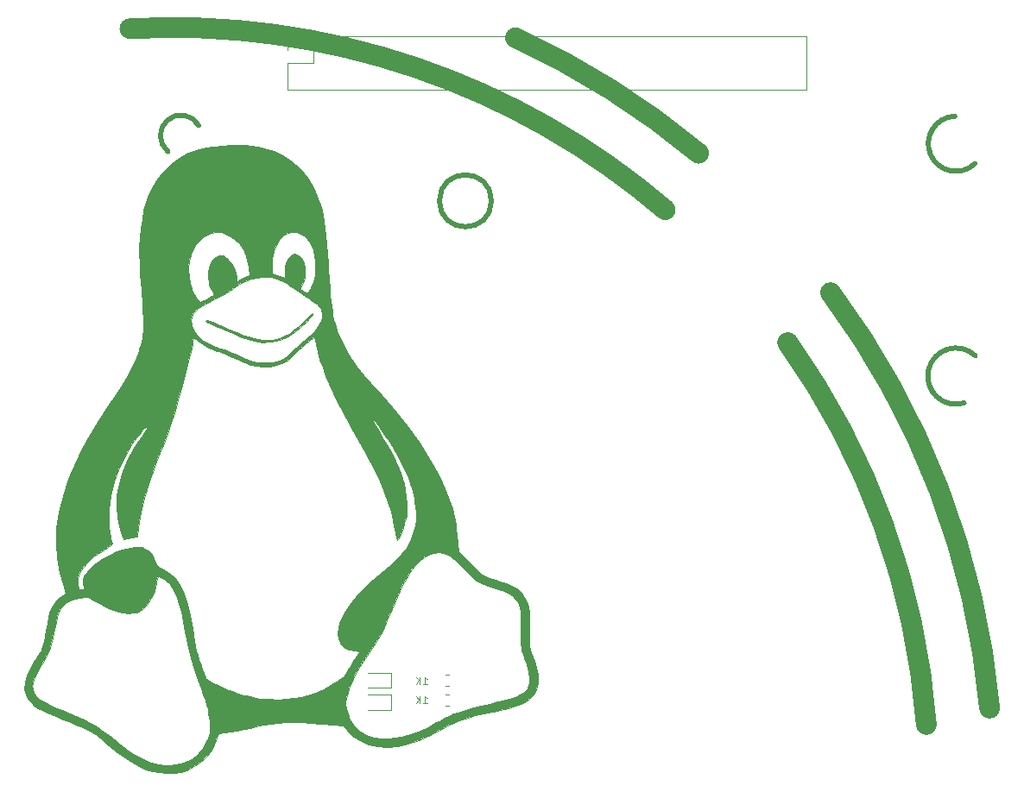
<source format=gbr>
G04 #@! TF.GenerationSoftware,KiCad,Pcbnew,5.1.5*
G04 #@! TF.CreationDate,2020-03-31T00:43:33+02:00*
G04 #@! TF.ProjectId,gameboy-dmg,67616d65-626f-4792-9d64-6d672e6b6963,rev?*
G04 #@! TF.SameCoordinates,Original*
G04 #@! TF.FileFunction,Legend,Bot*
G04 #@! TF.FilePolarity,Positive*
%FSLAX46Y46*%
G04 Gerber Fmt 4.6, Leading zero omitted, Abs format (unit mm)*
G04 Created by KiCad (PCBNEW 5.1.5) date 2020-03-31 00:43:33*
%MOMM*%
%LPD*%
G04 APERTURE LIST*
%ADD10C,2.000000*%
%ADD11C,0.500000*%
%ADD12C,0.120000*%
%ADD13C,0.010000*%
G04 APERTURE END LIST*
D10*
X114801532Y-84496662D02*
G75*
G02X132777374Y-95840289I-33501532J-73003338D01*
G01*
X141493798Y-114404433D02*
G75*
G02X155100000Y-151900000I-60293798J-43095567D01*
G01*
X145702396Y-109498214D02*
G75*
G02X161300000Y-150300000I-64402396J-48001786D01*
G01*
X77000409Y-83607207D02*
G75*
G02X129495393Y-101385011I4199591J-73992793D01*
G01*
D11*
X112449510Y-100500000D02*
G75*
G03X112449510Y-100500000I-2549510J0D01*
G01*
X158811271Y-120336632D02*
G75*
G02X159899999Y-115700001I-811271J2636632D01*
G01*
X159860899Y-96858840D02*
G75*
G02X157900000Y-92200000I-1860899J1958840D01*
G01*
X80728999Y-95664307D02*
G75*
G02X83750000Y-93100000I1271001J1564307D01*
G01*
D12*
X102597500Y-148285000D02*
X100312500Y-148285000D01*
X102597500Y-146815000D02*
X102597500Y-148285000D01*
X100312500Y-146815000D02*
X102597500Y-146815000D01*
X100300000Y-148965000D02*
X102585000Y-148965000D01*
X102585000Y-148965000D02*
X102585000Y-150435000D01*
X102585000Y-150435000D02*
X100300000Y-150435000D01*
D13*
G36*
X84447220Y-112255002D02*
G01*
X84478032Y-112335483D01*
X84664585Y-112441186D01*
X84731920Y-112466700D01*
X84917429Y-112539815D01*
X85224472Y-112669470D01*
X85620663Y-112841617D01*
X86073616Y-113042213D01*
X86469328Y-113220184D01*
X87292744Y-113583497D01*
X87994270Y-113869030D01*
X88598891Y-114083268D01*
X89131598Y-114232698D01*
X89617376Y-114323806D01*
X90081213Y-114363076D01*
X90548096Y-114356994D01*
X90782489Y-114339701D01*
X91293123Y-114271503D01*
X91733133Y-114155299D01*
X92116349Y-114003964D01*
X92654199Y-113714947D01*
X93240144Y-113309274D01*
X93836338Y-112816192D01*
X94404933Y-112264949D01*
X94504583Y-112158378D01*
X94730103Y-111895359D01*
X94874471Y-111692858D01*
X94934363Y-111566537D01*
X94906455Y-111532057D01*
X94787421Y-111605075D01*
X94582142Y-111793033D01*
X93975789Y-112386786D01*
X93456629Y-112864812D01*
X93003951Y-113241881D01*
X92597043Y-113532766D01*
X92215192Y-113752240D01*
X91837685Y-113915072D01*
X91443811Y-114036034D01*
X91433241Y-114038735D01*
X90953738Y-114136767D01*
X90477802Y-114179607D01*
X89985069Y-114162760D01*
X89455178Y-114081734D01*
X88867767Y-113932035D01*
X88202473Y-113709171D01*
X87438936Y-113408648D01*
X86556793Y-113025973D01*
X86283134Y-112902293D01*
X85848640Y-112707517D01*
X85442019Y-112530707D01*
X85100733Y-112387770D01*
X84862248Y-112294613D01*
X84809348Y-112276507D01*
X84561283Y-112226443D01*
X84447220Y-112255002D01*
G37*
X84447220Y-112255002D02*
X84478032Y-112335483D01*
X84664585Y-112441186D01*
X84731920Y-112466700D01*
X84917429Y-112539815D01*
X85224472Y-112669470D01*
X85620663Y-112841617D01*
X86073616Y-113042213D01*
X86469328Y-113220184D01*
X87292744Y-113583497D01*
X87994270Y-113869030D01*
X88598891Y-114083268D01*
X89131598Y-114232698D01*
X89617376Y-114323806D01*
X90081213Y-114363076D01*
X90548096Y-114356994D01*
X90782489Y-114339701D01*
X91293123Y-114271503D01*
X91733133Y-114155299D01*
X92116349Y-114003964D01*
X92654199Y-113714947D01*
X93240144Y-113309274D01*
X93836338Y-112816192D01*
X94404933Y-112264949D01*
X94504583Y-112158378D01*
X94730103Y-111895359D01*
X94874471Y-111692858D01*
X94934363Y-111566537D01*
X94906455Y-111532057D01*
X94787421Y-111605075D01*
X94582142Y-111793033D01*
X93975789Y-112386786D01*
X93456629Y-112864812D01*
X93003951Y-113241881D01*
X92597043Y-113532766D01*
X92215192Y-113752240D01*
X91837685Y-113915072D01*
X91443811Y-114036034D01*
X91433241Y-114038735D01*
X90953738Y-114136767D01*
X90477802Y-114179607D01*
X89985069Y-114162760D01*
X89455178Y-114081734D01*
X88867767Y-113932035D01*
X88202473Y-113709171D01*
X87438936Y-113408648D01*
X86556793Y-113025973D01*
X86283134Y-112902293D01*
X85848640Y-112707517D01*
X85442019Y-112530707D01*
X85100733Y-112387770D01*
X84862248Y-112294613D01*
X84809348Y-112276507D01*
X84561283Y-112226443D01*
X84447220Y-112255002D01*
G36*
X85216068Y-95169042D02*
G01*
X84481536Y-95274276D01*
X83844699Y-95409632D01*
X83269848Y-95585855D01*
X82721275Y-95813692D01*
X82163270Y-96103894D01*
X81628465Y-96424155D01*
X80933329Y-96945220D01*
X80272691Y-97604785D01*
X79670655Y-98372334D01*
X79151321Y-99217356D01*
X78759704Y-100056031D01*
X78549194Y-100684402D01*
X78358106Y-101445462D01*
X78192491Y-102303094D01*
X78058400Y-103221182D01*
X77961886Y-104163611D01*
X77908998Y-105094264D01*
X77907545Y-105141991D01*
X77908066Y-105415535D01*
X77920058Y-105834240D01*
X77942332Y-106374406D01*
X77973704Y-107012336D01*
X78012983Y-107724332D01*
X78058983Y-108486694D01*
X78110518Y-109275723D01*
X78125894Y-109499878D01*
X78190427Y-110444431D01*
X78241178Y-111240294D01*
X78277224Y-111907624D01*
X78297649Y-112466572D01*
X78301532Y-112937294D01*
X78287956Y-113339946D01*
X78256002Y-113694681D01*
X78204750Y-114021652D01*
X78133283Y-114341016D01*
X78040680Y-114672926D01*
X77926025Y-115037537D01*
X77864960Y-115223804D01*
X77704129Y-115683242D01*
X77525096Y-116133894D01*
X77317982Y-116593509D01*
X77072909Y-117079836D01*
X76779997Y-117610618D01*
X76429368Y-118203606D01*
X76011145Y-118876544D01*
X75515447Y-119647183D01*
X74932398Y-120533267D01*
X74791715Y-120745022D01*
X74012765Y-121938694D01*
X73333580Y-123031301D01*
X72740736Y-124047728D01*
X72220815Y-125012860D01*
X71760393Y-125951580D01*
X71346055Y-126888775D01*
X70974031Y-127823758D01*
X70421455Y-129474530D01*
X70030809Y-131076695D01*
X69802052Y-132631032D01*
X69735141Y-134138319D01*
X69830036Y-135599331D01*
X70086693Y-137014845D01*
X70417294Y-138140616D01*
X70726996Y-139034696D01*
X70423687Y-139204712D01*
X70042456Y-139491682D01*
X69679147Y-139896662D01*
X69373352Y-140369723D01*
X69204422Y-140742289D01*
X69119002Y-141025131D01*
X69020541Y-141429650D01*
X68919153Y-141909778D01*
X68824952Y-142419448D01*
X68790497Y-142627877D01*
X68680822Y-143269914D01*
X68570210Y-143784850D01*
X68443135Y-144214290D01*
X68284078Y-144599836D01*
X68077511Y-144983091D01*
X67807914Y-145405661D01*
X67688604Y-145580996D01*
X67196306Y-146378877D01*
X66860751Y-147115427D01*
X66681764Y-147792972D01*
X66659178Y-148413837D01*
X66792821Y-148980345D01*
X67082520Y-149494824D01*
X67376041Y-149823305D01*
X67592563Y-150010177D01*
X67853620Y-150193441D01*
X68178744Y-150382977D01*
X68587468Y-150588665D01*
X69099327Y-150820385D01*
X69733855Y-151088016D01*
X70443467Y-151374731D01*
X71219422Y-151687647D01*
X71864788Y-151959650D01*
X72408247Y-152207339D01*
X72878478Y-152447307D01*
X73304162Y-152696149D01*
X73713979Y-152970463D01*
X74136612Y-153286842D01*
X74600740Y-153661883D01*
X75051544Y-154041097D01*
X75857257Y-154701314D01*
X76586196Y-155240944D01*
X77264619Y-155673786D01*
X77918777Y-156013638D01*
X78574926Y-156274299D01*
X79259322Y-156469565D01*
X79922480Y-156601020D01*
X80585590Y-156659225D01*
X81304221Y-156636696D01*
X82003393Y-156539090D01*
X82513671Y-156405627D01*
X83179639Y-156102776D01*
X83818112Y-155665643D01*
X84401347Y-155124188D01*
X84901605Y-154508375D01*
X85291142Y-153848161D01*
X85542219Y-153173509D01*
X85555291Y-153120659D01*
X85650708Y-152719324D01*
X86887720Y-152564282D01*
X87472972Y-152479130D01*
X88136372Y-152363911D01*
X88793951Y-152234136D01*
X89331161Y-152112880D01*
X90087227Y-151940827D01*
X90798883Y-151811152D01*
X91497101Y-151722424D01*
X92212850Y-151673208D01*
X92977103Y-151662074D01*
X93820829Y-151687587D01*
X94775000Y-151748317D01*
X95637400Y-151821176D01*
X96143581Y-151865399D01*
X96629516Y-151904218D01*
X97052884Y-151934511D01*
X97371359Y-151953149D01*
X97478705Y-151957137D01*
X97754491Y-151971586D01*
X97924601Y-152021153D01*
X98052684Y-152139078D01*
X98179408Y-152323060D01*
X98362301Y-152553554D01*
X98627619Y-152826806D01*
X98920408Y-153086565D01*
X98943028Y-153104803D01*
X99645509Y-153559848D01*
X100435774Y-153878025D01*
X101303258Y-154060307D01*
X102237395Y-154107669D01*
X103227619Y-154021087D01*
X104263366Y-153801535D01*
X105334069Y-153449988D01*
X106429161Y-152967422D01*
X107538080Y-152354810D01*
X107620894Y-152304030D01*
X108082261Y-152032875D01*
X108539886Y-151796038D01*
X109018624Y-151585046D01*
X109543330Y-151391426D01*
X110138858Y-151206708D01*
X110830064Y-151022419D01*
X111641803Y-150830088D01*
X112489966Y-150644389D01*
X113055172Y-150519854D01*
X113608657Y-150390444D01*
X114112368Y-150265604D01*
X114528252Y-150154783D01*
X114818252Y-150067428D01*
X114829640Y-150063545D01*
X115556835Y-149759526D01*
X116131103Y-149397294D01*
X116561144Y-148969123D01*
X116855663Y-148467284D01*
X116958468Y-148173501D01*
X117034170Y-147653118D01*
X117015481Y-147263026D01*
X116189354Y-147335303D01*
X116160131Y-147870478D01*
X116087091Y-148138170D01*
X115966860Y-148380355D01*
X115791869Y-148597111D01*
X115547166Y-148795136D01*
X115217795Y-148981135D01*
X114788800Y-149161809D01*
X114245227Y-149343860D01*
X113572121Y-149533990D01*
X112754528Y-149738903D01*
X112251122Y-149857266D01*
X111410338Y-150053782D01*
X110707763Y-150225087D01*
X110115920Y-150380898D01*
X109607325Y-150530937D01*
X109154500Y-150684922D01*
X108729963Y-150852574D01*
X108306233Y-151043611D01*
X107855831Y-151267753D01*
X107351275Y-151534720D01*
X107057457Y-151694199D01*
X106217117Y-152137817D01*
X105481822Y-152490040D01*
X104821143Y-152761060D01*
X104204650Y-152961067D01*
X103601911Y-153100253D01*
X102982497Y-153188810D01*
X102474779Y-153228922D01*
X101915068Y-153249528D01*
X101473367Y-153238135D01*
X101100949Y-153192285D01*
X100900107Y-153149576D01*
X100135629Y-152887000D01*
X99487378Y-152503270D01*
X98960289Y-152003639D01*
X98559295Y-151393360D01*
X98351628Y-150842832D01*
X84854709Y-152023660D01*
X84874728Y-152341425D01*
X84870693Y-152578536D01*
X84839067Y-152778908D01*
X84776310Y-152986453D01*
X84680443Y-153241072D01*
X84449328Y-153714233D01*
X84128851Y-154204812D01*
X83755419Y-154667336D01*
X83365440Y-155056333D01*
X83024117Y-155309725D01*
X82314112Y-155645176D01*
X81558114Y-155832231D01*
X80732497Y-155876026D01*
X80480319Y-155862931D01*
X79772208Y-155777074D01*
X79103205Y-155619016D01*
X78447687Y-155376792D01*
X77780027Y-155038436D01*
X77074602Y-154591982D01*
X76305787Y-154025464D01*
X75964463Y-153754224D01*
X75282856Y-153207768D01*
X74700735Y-152755545D01*
X74189956Y-152380501D01*
X73722378Y-152065582D01*
X73269857Y-151793733D01*
X72804252Y-151547902D01*
X72297420Y-151311032D01*
X71721217Y-151066071D01*
X71148642Y-150835889D01*
X70343966Y-150508388D01*
X69622739Y-150196346D01*
X69003013Y-149908261D01*
X68502846Y-149652633D01*
X68140295Y-149437960D01*
X68060329Y-149382276D01*
X67823460Y-149155233D01*
X67617221Y-148871620D01*
X67576310Y-148795573D01*
X67462567Y-148472049D01*
X67433470Y-148124096D01*
X67494474Y-147732747D01*
X67651030Y-147279036D01*
X67908596Y-146744000D01*
X68272623Y-146108672D01*
X68416139Y-145875224D01*
X68671148Y-145455718D01*
X68875043Y-145087998D01*
X69039677Y-144738456D01*
X69176899Y-144373487D01*
X69298560Y-143959483D01*
X69416506Y-143462839D01*
X69542592Y-142849949D01*
X69615198Y-142474711D01*
X69737661Y-141862583D01*
X69847672Y-141389255D01*
X69955358Y-141025707D01*
X70070849Y-140742918D01*
X70204272Y-140511869D01*
X70365754Y-140303535D01*
X70377673Y-140289848D01*
X70797495Y-139916576D01*
X71318013Y-139649401D01*
X71959524Y-139478729D01*
X72159952Y-139447422D01*
X72519881Y-139403098D01*
X72761546Y-139391336D01*
X72933539Y-139415869D01*
X73084457Y-139480433D01*
X73159572Y-139524230D01*
X73974824Y-140002125D01*
X74685377Y-140374438D01*
X75312544Y-140648707D01*
X75877638Y-140832467D01*
X76401967Y-140933256D01*
X76906845Y-140958610D01*
X77174423Y-140943985D01*
X77639949Y-140872542D01*
X78010022Y-140732849D01*
X78339939Y-140495533D01*
X78668754Y-140150317D01*
X79118610Y-139498865D01*
X79435174Y-138767308D01*
X79601554Y-137996039D01*
X79611128Y-137896702D01*
X79653412Y-137568451D01*
X79727140Y-137377893D01*
X79851267Y-137321743D01*
X80044741Y-137396716D01*
X80326515Y-137599526D01*
X80500197Y-137742582D01*
X80824591Y-138056917D01*
X81110519Y-138428466D01*
X81364636Y-138874194D01*
X81593598Y-139411066D01*
X81804057Y-140056046D01*
X82002668Y-140826100D01*
X82196085Y-141738194D01*
X82313125Y-142364663D01*
X82627581Y-143934694D01*
X82987760Y-145400849D01*
X83387459Y-146739447D01*
X83668298Y-147537302D01*
X83959704Y-148318848D01*
X84194162Y-148969333D01*
X84378934Y-149514386D01*
X84521280Y-149979635D01*
X84628464Y-150390707D01*
X84707746Y-150773232D01*
X84766387Y-151152835D01*
X84811651Y-151555145D01*
X84814174Y-151581328D01*
X84854709Y-152023660D01*
X98351628Y-150842832D01*
X98289331Y-150677683D01*
X98204826Y-150280733D01*
X98160626Y-149934374D01*
X98160299Y-149633799D01*
X98208024Y-149303674D01*
X98275861Y-148999667D01*
X98359706Y-148671475D01*
X98451055Y-148366061D01*
X98559303Y-148065765D01*
X98693843Y-147752924D01*
X98864072Y-147409879D01*
X99079385Y-147018967D01*
X99349177Y-146562529D01*
X99682842Y-146022902D01*
X100089776Y-145382426D01*
X100579373Y-144623439D01*
X100715484Y-144413575D01*
X101176899Y-143683423D01*
X101563625Y-143022503D01*
X101902883Y-142377888D01*
X102221897Y-141696659D01*
X102547888Y-140925890D01*
X102683917Y-140586764D01*
X103172460Y-139407875D01*
X103642150Y-138388468D01*
X104099061Y-137520540D01*
X104549262Y-136796084D01*
X104998825Y-136207095D01*
X105453821Y-135745568D01*
X105920324Y-135403496D01*
X106404403Y-135172874D01*
X106882915Y-135050231D01*
X107295355Y-135014034D01*
X107677647Y-135052843D01*
X108051210Y-135178361D01*
X108437463Y-135402293D01*
X108857825Y-135736342D01*
X109333713Y-136192215D01*
X109722066Y-136601694D01*
X110042382Y-136938425D01*
X110363997Y-137258506D01*
X110648248Y-137524466D01*
X110846503Y-137691398D01*
X111186691Y-137899047D01*
X111686701Y-138130902D01*
X112339226Y-138383972D01*
X113136956Y-138655265D01*
X113422863Y-138745801D01*
X114008649Y-138986808D01*
X114512965Y-139310134D01*
X114900379Y-139690898D01*
X115024849Y-139870509D01*
X115138423Y-140113196D01*
X115224173Y-140424794D01*
X115284029Y-140824624D01*
X115319920Y-141332009D01*
X115333776Y-141966270D01*
X115327527Y-142746728D01*
X115325006Y-142876101D01*
X115316209Y-143346131D01*
X115316234Y-143718864D01*
X115331714Y-144030349D01*
X115369281Y-144316641D01*
X115435567Y-144613792D01*
X115537205Y-144957852D01*
X115680827Y-145384873D01*
X115873067Y-145930908D01*
X115902056Y-146012744D01*
X116102774Y-146709675D01*
X116189354Y-147335303D01*
X117015481Y-147263026D01*
X117004564Y-147035168D01*
X116874077Y-146351042D01*
X116647143Y-145632131D01*
X116573176Y-145444088D01*
X116347542Y-144803796D01*
X116205133Y-144165760D01*
X116139037Y-143480912D01*
X116142347Y-142700183D01*
X116154141Y-142468330D01*
X116183641Y-141615158D01*
X116158438Y-140901220D01*
X116072537Y-140303571D01*
X115919937Y-139799267D01*
X115694641Y-139365365D01*
X115390650Y-138978919D01*
X115190039Y-138780400D01*
X114828426Y-138491875D01*
X114408201Y-138246584D01*
X113897774Y-138030042D01*
X113265553Y-137827759D01*
X112894143Y-137727501D01*
X112304041Y-137555944D01*
X111832454Y-137364044D01*
X111428864Y-137121412D01*
X111042749Y-136797658D01*
X110623589Y-136362393D01*
X110622198Y-136360852D01*
X110314451Y-136024257D01*
X110000684Y-135688318D01*
X109725706Y-135400686D01*
X109590141Y-135263337D01*
X109198024Y-134874744D01*
X109055453Y-133312849D01*
X108997637Y-132712687D01*
X108942596Y-132237259D01*
X108882471Y-131842300D01*
X108809405Y-131483544D01*
X108715537Y-131116727D01*
X108593011Y-130697584D01*
X108588533Y-130682822D01*
X108425924Y-130221240D01*
X104985586Y-130522231D01*
X105031585Y-131049605D01*
X105056925Y-131449185D01*
X105061177Y-131761296D01*
X105043915Y-132026264D01*
X105004708Y-132284417D01*
X104964820Y-132478819D01*
X104763453Y-133215525D01*
X104487499Y-133894018D01*
X104121910Y-134535398D01*
X103651645Y-135160766D01*
X103061659Y-135791222D01*
X102336911Y-136447865D01*
X101849113Y-136848844D01*
X100804119Y-137720427D01*
X99910878Y-138547781D01*
X99160797Y-139341108D01*
X98545287Y-140110614D01*
X98055754Y-140866502D01*
X97683607Y-141618977D01*
X97556485Y-141946974D01*
X97424842Y-142470248D01*
X97389120Y-142997072D01*
X97447307Y-143481854D01*
X97597390Y-143879000D01*
X97645092Y-143953715D01*
X97981041Y-144284029D01*
X98448779Y-144515816D01*
X99039341Y-144644692D01*
X99063508Y-144647439D01*
X99552366Y-144701305D01*
X99155602Y-145299537D01*
X98907452Y-145684031D01*
X98638802Y-146116196D01*
X98408604Y-146501128D01*
X98216718Y-146818439D01*
X98041461Y-147062698D01*
X97847880Y-147267276D01*
X97601026Y-147465544D01*
X97265946Y-147690874D01*
X96964635Y-147879820D01*
X95985880Y-148421642D01*
X94969939Y-148849876D01*
X94374846Y-149047404D01*
X93784326Y-149189649D01*
X93075218Y-149300283D01*
X92295833Y-149376293D01*
X91494484Y-149414664D01*
X90719483Y-149412384D01*
X90019143Y-149366439D01*
X89768027Y-149334759D01*
X89293697Y-149255108D01*
X88786616Y-149154924D01*
X88328327Y-149050834D01*
X88155317Y-149005933D01*
X87605374Y-148839569D01*
X87031765Y-148639398D01*
X86458554Y-148416544D01*
X85909801Y-148182132D01*
X85409570Y-147947284D01*
X84981919Y-147723122D01*
X84650914Y-147520771D01*
X84440613Y-147351353D01*
X84378636Y-147260028D01*
X84329782Y-147116129D01*
X84235812Y-146847169D01*
X84108810Y-146487469D01*
X83960859Y-146071351D01*
X83907627Y-145922265D01*
X83752284Y-145473481D01*
X83627074Y-145071240D01*
X83521786Y-144672935D01*
X83426206Y-144235955D01*
X83330120Y-143717693D01*
X83223319Y-143075539D01*
X83219267Y-143050331D01*
X83049519Y-142039380D01*
X82887079Y-141176535D01*
X82726049Y-140441086D01*
X82560530Y-139812317D01*
X82384627Y-139269518D01*
X82192440Y-138791977D01*
X81978072Y-138358983D01*
X81792855Y-138040753D01*
X81422550Y-137549016D01*
X80961653Y-137099020D01*
X80460851Y-136735535D01*
X80111426Y-136555597D01*
X79856968Y-136442555D01*
X79699166Y-136335112D01*
X79593676Y-136183535D01*
X79496151Y-135938088D01*
X79455351Y-135819804D01*
X79207951Y-135283463D01*
X78872372Y-134882640D01*
X78433514Y-134600100D01*
X78357235Y-134566602D01*
X78158249Y-134492544D01*
X77972713Y-134453761D01*
X77752963Y-134448258D01*
X77451334Y-134474038D01*
X77125292Y-134515013D01*
X76602727Y-134600392D01*
X76175496Y-134711857D01*
X75769697Y-134869720D01*
X75672884Y-134914136D01*
X74946313Y-135285167D01*
X74271289Y-135687796D01*
X73671032Y-136104878D01*
X73168756Y-136519273D01*
X72787678Y-136913836D01*
X72595308Y-137186546D01*
X72470850Y-137437258D01*
X72415147Y-137668154D01*
X72413697Y-137956974D01*
X72424652Y-138101471D01*
X72446409Y-138391702D01*
X72438866Y-138553491D01*
X72389340Y-138626911D01*
X72285145Y-138652035D01*
X72249308Y-138655445D01*
X72078631Y-138629107D01*
X71964758Y-138497935D01*
X71893544Y-138237795D01*
X71864400Y-137998861D01*
X71887397Y-137492001D01*
X72052631Y-136987685D01*
X72364776Y-136480055D01*
X72828504Y-135963252D01*
X73448486Y-135431416D01*
X74229396Y-134878690D01*
X74482037Y-134716544D01*
X74830416Y-134495527D01*
X75057707Y-134340948D01*
X75186272Y-134229265D01*
X75238469Y-134136933D01*
X75236659Y-134040410D01*
X75212302Y-133947631D01*
X75118679Y-133536532D01*
X75035623Y-133009022D01*
X74968039Y-132417933D01*
X74920835Y-131816092D01*
X74898918Y-131256329D01*
X74907192Y-130791473D01*
X74912473Y-130719538D01*
X75108899Y-129370597D01*
X75466964Y-128007151D01*
X75981540Y-126644075D01*
X76647500Y-125296248D01*
X76976973Y-124728629D01*
X77169021Y-124430693D01*
X77407082Y-124088687D01*
X77670001Y-123729823D01*
X77936624Y-123381313D01*
X78185793Y-123070370D01*
X78396355Y-122824208D01*
X78547152Y-122670038D01*
X78607539Y-122631201D01*
X78687408Y-122677853D01*
X78647029Y-122841245D01*
X78487213Y-123119718D01*
X78208773Y-123511615D01*
X78119080Y-123629249D01*
X77349724Y-124762942D01*
X76710210Y-125993996D01*
X76209216Y-127301486D01*
X75855416Y-128664485D01*
X75733024Y-129384430D01*
X75687299Y-129985131D01*
X75696586Y-130675251D01*
X75755330Y-131398400D01*
X75857973Y-132098189D01*
X75998959Y-132718227D01*
X76089406Y-133000937D01*
X76202553Y-133304450D01*
X76294054Y-133538894D01*
X76348515Y-133665191D01*
X76355480Y-133676284D01*
X76445699Y-133673197D01*
X76660373Y-133644292D01*
X76957615Y-133595416D01*
X77039545Y-133580828D01*
X77695990Y-133462196D01*
X77820082Y-132516449D01*
X78059820Y-131112601D01*
X78421908Y-129611033D01*
X78902084Y-128026464D01*
X79496085Y-126373618D01*
X79864536Y-125453386D01*
X80263863Y-124454125D01*
X80649065Y-123413686D01*
X81031618Y-122298888D01*
X81423000Y-121076553D01*
X81744041Y-120019566D01*
X81897778Y-119486882D01*
X82065593Y-118877394D01*
X82241201Y-118216645D01*
X82418315Y-117530177D01*
X82590652Y-116843533D01*
X82751926Y-116182255D01*
X82895850Y-115571887D01*
X83016140Y-115037968D01*
X83106510Y-114606044D01*
X83160676Y-114301655D01*
X83170765Y-114221656D01*
X83199143Y-114015209D01*
X83230374Y-113903425D01*
X83237590Y-113897097D01*
X83314090Y-113948367D01*
X83467499Y-114081819D01*
X83556423Y-114165049D01*
X83907359Y-114439828D01*
X84378532Y-114721637D01*
X84923677Y-114986666D01*
X85496531Y-115211103D01*
X85741590Y-115289717D01*
X86106591Y-115414749D01*
X86560794Y-115594737D01*
X87044087Y-115804767D01*
X87461246Y-116002374D01*
X88199190Y-116341529D01*
X88850299Y-116575038D01*
X89452372Y-116711888D01*
X90043208Y-116761063D01*
X90566408Y-116740501D01*
X91141803Y-116666584D01*
X91638876Y-116542324D01*
X92090894Y-116349748D01*
X92531126Y-116070880D01*
X92992839Y-115687748D01*
X93509302Y-115182377D01*
X93573468Y-115115861D01*
X93886365Y-114805067D01*
X94234319Y-114482362D01*
X94545767Y-114213957D01*
X94566141Y-114197474D01*
X95052511Y-113806381D01*
X95218781Y-114573960D01*
X95400552Y-115333488D01*
X95621297Y-116103890D01*
X95887194Y-116898944D01*
X96204419Y-117732429D01*
X96579149Y-118618123D01*
X97017563Y-119569804D01*
X97525837Y-120601251D01*
X98110148Y-121726243D01*
X98776672Y-122958558D01*
X99531588Y-124311973D01*
X99784816Y-124758788D01*
X100473749Y-126001194D01*
X101063035Y-127133815D01*
X101561144Y-128177192D01*
X101976543Y-129151870D01*
X102317699Y-130078388D01*
X102593081Y-130977290D01*
X102811157Y-131869117D01*
X102901460Y-132319380D01*
X102980226Y-132734690D01*
X103054900Y-133116827D01*
X103116094Y-133418385D01*
X103149435Y-133571462D01*
X103199424Y-133757217D01*
X103244874Y-133796201D01*
X103316657Y-133707237D01*
X103332287Y-133682950D01*
X103466242Y-133422682D01*
X103620027Y-133045466D01*
X103777615Y-132599847D01*
X103922980Y-132134372D01*
X104040093Y-131697586D01*
X104112929Y-131338032D01*
X104117746Y-131303795D01*
X104152375Y-130784681D01*
X104141136Y-130159045D01*
X104088689Y-129481986D01*
X103999700Y-128808599D01*
X103878831Y-128193980D01*
X103842272Y-128048774D01*
X103647446Y-127407436D01*
X103395520Y-126746357D01*
X103075292Y-126042075D01*
X102675564Y-125271124D01*
X102185137Y-124410044D01*
X101801449Y-123772996D01*
X101499312Y-123273811D01*
X101230339Y-122817164D01*
X101006449Y-122424307D01*
X100839567Y-122116492D01*
X100741614Y-121914970D01*
X100720567Y-121846257D01*
X100771600Y-121852558D01*
X100901324Y-121984351D01*
X101097147Y-122224498D01*
X101346483Y-122555869D01*
X101636741Y-122961326D01*
X101955334Y-123423737D01*
X102289672Y-123925965D01*
X102583356Y-124381645D01*
X103274198Y-125548840D01*
X103881738Y-126734123D01*
X104381622Y-127888772D01*
X104517651Y-128251555D01*
X104656773Y-128650520D01*
X104758768Y-128983959D01*
X104833666Y-129300548D01*
X104891497Y-129648960D01*
X104942293Y-130077872D01*
X104985586Y-130522231D01*
X108425924Y-130221240D01*
X108036245Y-129115095D01*
X107324041Y-127523948D01*
X106450940Y-125907857D01*
X105415961Y-124265300D01*
X104218127Y-122594753D01*
X102856457Y-120894693D01*
X101329971Y-119163597D01*
X100847052Y-118645734D01*
X100007822Y-117722192D01*
X99296880Y-116859206D01*
X98697707Y-116029566D01*
X98193781Y-115206057D01*
X97768580Y-114361468D01*
X97405583Y-113468584D01*
X97088270Y-112500194D01*
X97062381Y-112411825D01*
X96975717Y-112087184D01*
X96897079Y-111731260D01*
X96849051Y-111463721D01*
X95843258Y-111551717D01*
X95838950Y-111937619D01*
X95758039Y-112276428D01*
X95756392Y-112280374D01*
X95512012Y-112715167D01*
X95133316Y-113192472D01*
X94641272Y-113687277D01*
X94397358Y-113901481D01*
X94048293Y-114206819D01*
X93651854Y-114569827D01*
X93277979Y-114926062D01*
X93172959Y-115029666D01*
X92680557Y-115496348D01*
X92247211Y-115842244D01*
X91835463Y-116085703D01*
X91407858Y-116245080D01*
X90926937Y-116338722D01*
X90412144Y-116382243D01*
X89840386Y-116391939D01*
X89386126Y-116353204D01*
X89083072Y-116287006D01*
X88797512Y-116189399D01*
X88419713Y-116038552D01*
X88008099Y-115858526D01*
X87760569Y-115742339D01*
X87323937Y-115543416D01*
X86799800Y-115323335D01*
X86262002Y-115112318D01*
X85888816Y-114976336D01*
X85196258Y-114716215D01*
X84641300Y-114461837D01*
X84193771Y-114195979D01*
X83823503Y-113901415D01*
X83589174Y-113663405D01*
X83232807Y-113173481D01*
X83031922Y-112679241D01*
X82988583Y-112194537D01*
X83104846Y-111733224D01*
X83261572Y-111459998D01*
X83445086Y-111236577D01*
X83675961Y-111024894D01*
X83977468Y-110809569D01*
X84372877Y-110575228D01*
X84885460Y-110306494D01*
X85359618Y-110073688D01*
X85829218Y-109835401D01*
X86319401Y-109566386D01*
X86771043Y-109300199D01*
X87115048Y-109077378D01*
X87742831Y-108670571D01*
X88312226Y-108376506D01*
X88871586Y-108176473D01*
X89469264Y-108051762D01*
X89891536Y-108003072D01*
X90299281Y-107970773D01*
X90593831Y-107962448D01*
X90830387Y-107984252D01*
X91064147Y-108042338D01*
X91350310Y-108142862D01*
X91436427Y-108175314D01*
X91805626Y-108329606D01*
X92166296Y-108504307D01*
X92446478Y-108664284D01*
X92469823Y-108679835D01*
X92661846Y-108809890D01*
X92963729Y-109013481D01*
X93344666Y-109269875D01*
X93773852Y-109558334D01*
X94161323Y-109818436D01*
X94590096Y-110111295D01*
X94978964Y-110386632D01*
X95302073Y-110625374D01*
X95533570Y-110808448D01*
X95644487Y-110912663D01*
X95776569Y-111187229D01*
X95843258Y-111551717D01*
X96849051Y-111463721D01*
X96824893Y-111329149D01*
X96757587Y-110865946D01*
X96693589Y-110326747D01*
X96631325Y-109696648D01*
X96569223Y-108960742D01*
X96505710Y-108104127D01*
X96439214Y-107111898D01*
X96395828Y-106414139D01*
X95150923Y-106523054D01*
X95188380Y-107014888D01*
X95202478Y-107382726D01*
X95191901Y-107670466D01*
X95155328Y-107922005D01*
X95102275Y-108142122D01*
X94997054Y-108463949D01*
X94859387Y-108799289D01*
X94708840Y-109109417D01*
X94564984Y-109355612D01*
X94447385Y-109499151D01*
X94405829Y-109520234D01*
X94289569Y-109485560D01*
X94088773Y-109389713D01*
X93988848Y-109334882D01*
X93651663Y-109142384D01*
X93842051Y-108841617D01*
X94034404Y-108435416D01*
X94143435Y-107980828D01*
X94175333Y-107505029D01*
X94136288Y-107035198D01*
X94032489Y-106598517D01*
X93870126Y-106222163D01*
X93655388Y-105933314D01*
X93394464Y-105759152D01*
X93131691Y-105722328D01*
X92831758Y-105829521D01*
X92573705Y-106080119D01*
X92369920Y-106450777D01*
X92232788Y-106918155D01*
X92174696Y-107458911D01*
X92173623Y-107527738D01*
X92170488Y-108064207D01*
X91684658Y-107870215D01*
X91406528Y-107768703D01*
X91179435Y-107702792D01*
X91071805Y-107687336D01*
X91010704Y-107668942D01*
X90991103Y-107626257D01*
X88728522Y-107824208D01*
X88277341Y-108010113D01*
X87992952Y-108134989D01*
X87748832Y-108255328D01*
X87645337Y-108314941D01*
X87539364Y-108375165D01*
X87480920Y-108355392D01*
X87448952Y-108224782D01*
X87425998Y-107993622D01*
X87296138Y-107314273D01*
X87037075Y-106729844D01*
X86654980Y-106253595D01*
X86588259Y-106193026D01*
X86340369Y-105989594D01*
X86155651Y-105882271D01*
X85978296Y-105846677D01*
X85809753Y-105852974D01*
X85558245Y-105901249D01*
X85351684Y-106020017D01*
X85150716Y-106213501D01*
X84879332Y-106583922D01*
X84715983Y-107010127D01*
X84652617Y-107523569D01*
X84673583Y-108077128D01*
X84720208Y-108479146D01*
X84786268Y-108778846D01*
X84890736Y-109043239D01*
X85010457Y-109266968D01*
X85153329Y-109524413D01*
X85216234Y-109673762D01*
X85208005Y-109751104D01*
X85138925Y-109792005D01*
X84994988Y-109857316D01*
X84754899Y-109978808D01*
X84470443Y-110130271D01*
X84468395Y-110131388D01*
X84202749Y-110274829D01*
X84000060Y-110381683D01*
X83901596Y-110430221D01*
X83899666Y-110430875D01*
X83829990Y-110376242D01*
X83697644Y-110223449D01*
X83605127Y-110103978D01*
X83172226Y-109383200D01*
X82881885Y-108571545D01*
X82778266Y-108054599D01*
X82716678Y-107159545D01*
X82803269Y-106322269D01*
X83035065Y-105554144D01*
X83409096Y-104866539D01*
X83711300Y-104485451D01*
X84226447Y-104024845D01*
X84783082Y-103723759D01*
X85366920Y-103583621D01*
X85963674Y-103605863D01*
X86559054Y-103791916D01*
X87137612Y-104142321D01*
X87697500Y-104653511D01*
X88121314Y-105233922D01*
X88419542Y-105903435D01*
X88602674Y-106681926D01*
X88642649Y-106994642D01*
X88728522Y-107824208D01*
X90991103Y-107626257D01*
X90970446Y-107581276D01*
X90945461Y-107394874D01*
X90930177Y-107080267D01*
X90925581Y-106913971D01*
X90958806Y-106129992D01*
X91092893Y-105422091D01*
X91319464Y-104805213D01*
X91630144Y-104294300D01*
X92016557Y-103904295D01*
X92470326Y-103650142D01*
X92803403Y-103563966D01*
X93285315Y-103557345D01*
X93718433Y-103697796D01*
X94126014Y-103994588D01*
X94281842Y-104153364D01*
X94579516Y-104518598D01*
X94800299Y-104891953D01*
X94958523Y-105312515D01*
X95068525Y-105819370D01*
X95144638Y-106451600D01*
X95150923Y-106523054D01*
X96395828Y-106414139D01*
X96368161Y-105969149D01*
X96349209Y-105653307D01*
X96285107Y-104673100D01*
X96216490Y-103835785D01*
X96139178Y-103114922D01*
X96048996Y-102484071D01*
X95941763Y-101916790D01*
X95813300Y-101386638D01*
X95659431Y-100867177D01*
X95533932Y-100494516D01*
X95058130Y-99357941D01*
X94474565Y-98348236D01*
X93785946Y-97468025D01*
X92994979Y-96719930D01*
X92104375Y-96106577D01*
X91116840Y-95630590D01*
X90212658Y-95338390D01*
X89545293Y-95182620D01*
X88918667Y-95076234D01*
X88290616Y-95016626D01*
X87618976Y-95001189D01*
X86861582Y-95027317D01*
X86084005Y-95083182D01*
X85216068Y-95169042D01*
G37*
X85216068Y-95169042D02*
X84481536Y-95274276D01*
X83844699Y-95409632D01*
X83269848Y-95585855D01*
X82721275Y-95813692D01*
X82163270Y-96103894D01*
X81628465Y-96424155D01*
X80933329Y-96945220D01*
X80272691Y-97604785D01*
X79670655Y-98372334D01*
X79151321Y-99217356D01*
X78759704Y-100056031D01*
X78549194Y-100684402D01*
X78358106Y-101445462D01*
X78192491Y-102303094D01*
X78058400Y-103221182D01*
X77961886Y-104163611D01*
X77908998Y-105094264D01*
X77907545Y-105141991D01*
X77908066Y-105415535D01*
X77920058Y-105834240D01*
X77942332Y-106374406D01*
X77973704Y-107012336D01*
X78012983Y-107724332D01*
X78058983Y-108486694D01*
X78110518Y-109275723D01*
X78125894Y-109499878D01*
X78190427Y-110444431D01*
X78241178Y-111240294D01*
X78277224Y-111907624D01*
X78297649Y-112466572D01*
X78301532Y-112937294D01*
X78287956Y-113339946D01*
X78256002Y-113694681D01*
X78204750Y-114021652D01*
X78133283Y-114341016D01*
X78040680Y-114672926D01*
X77926025Y-115037537D01*
X77864960Y-115223804D01*
X77704129Y-115683242D01*
X77525096Y-116133894D01*
X77317982Y-116593509D01*
X77072909Y-117079836D01*
X76779997Y-117610618D01*
X76429368Y-118203606D01*
X76011145Y-118876544D01*
X75515447Y-119647183D01*
X74932398Y-120533267D01*
X74791715Y-120745022D01*
X74012765Y-121938694D01*
X73333580Y-123031301D01*
X72740736Y-124047728D01*
X72220815Y-125012860D01*
X71760393Y-125951580D01*
X71346055Y-126888775D01*
X70974031Y-127823758D01*
X70421455Y-129474530D01*
X70030809Y-131076695D01*
X69802052Y-132631032D01*
X69735141Y-134138319D01*
X69830036Y-135599331D01*
X70086693Y-137014845D01*
X70417294Y-138140616D01*
X70726996Y-139034696D01*
X70423687Y-139204712D01*
X70042456Y-139491682D01*
X69679147Y-139896662D01*
X69373352Y-140369723D01*
X69204422Y-140742289D01*
X69119002Y-141025131D01*
X69020541Y-141429650D01*
X68919153Y-141909778D01*
X68824952Y-142419448D01*
X68790497Y-142627877D01*
X68680822Y-143269914D01*
X68570210Y-143784850D01*
X68443135Y-144214290D01*
X68284078Y-144599836D01*
X68077511Y-144983091D01*
X67807914Y-145405661D01*
X67688604Y-145580996D01*
X67196306Y-146378877D01*
X66860751Y-147115427D01*
X66681764Y-147792972D01*
X66659178Y-148413837D01*
X66792821Y-148980345D01*
X67082520Y-149494824D01*
X67376041Y-149823305D01*
X67592563Y-150010177D01*
X67853620Y-150193441D01*
X68178744Y-150382977D01*
X68587468Y-150588665D01*
X69099327Y-150820385D01*
X69733855Y-151088016D01*
X70443467Y-151374731D01*
X71219422Y-151687647D01*
X71864788Y-151959650D01*
X72408247Y-152207339D01*
X72878478Y-152447307D01*
X73304162Y-152696149D01*
X73713979Y-152970463D01*
X74136612Y-153286842D01*
X74600740Y-153661883D01*
X75051544Y-154041097D01*
X75857257Y-154701314D01*
X76586196Y-155240944D01*
X77264619Y-155673786D01*
X77918777Y-156013638D01*
X78574926Y-156274299D01*
X79259322Y-156469565D01*
X79922480Y-156601020D01*
X80585590Y-156659225D01*
X81304221Y-156636696D01*
X82003393Y-156539090D01*
X82513671Y-156405627D01*
X83179639Y-156102776D01*
X83818112Y-155665643D01*
X84401347Y-155124188D01*
X84901605Y-154508375D01*
X85291142Y-153848161D01*
X85542219Y-153173509D01*
X85555291Y-153120659D01*
X85650708Y-152719324D01*
X86887720Y-152564282D01*
X87472972Y-152479130D01*
X88136372Y-152363911D01*
X88793951Y-152234136D01*
X89331161Y-152112880D01*
X90087227Y-151940827D01*
X90798883Y-151811152D01*
X91497101Y-151722424D01*
X92212850Y-151673208D01*
X92977103Y-151662074D01*
X93820829Y-151687587D01*
X94775000Y-151748317D01*
X95637400Y-151821176D01*
X96143581Y-151865399D01*
X96629516Y-151904218D01*
X97052884Y-151934511D01*
X97371359Y-151953149D01*
X97478705Y-151957137D01*
X97754491Y-151971586D01*
X97924601Y-152021153D01*
X98052684Y-152139078D01*
X98179408Y-152323060D01*
X98362301Y-152553554D01*
X98627619Y-152826806D01*
X98920408Y-153086565D01*
X98943028Y-153104803D01*
X99645509Y-153559848D01*
X100435774Y-153878025D01*
X101303258Y-154060307D01*
X102237395Y-154107669D01*
X103227619Y-154021087D01*
X104263366Y-153801535D01*
X105334069Y-153449988D01*
X106429161Y-152967422D01*
X107538080Y-152354810D01*
X107620894Y-152304030D01*
X108082261Y-152032875D01*
X108539886Y-151796038D01*
X109018624Y-151585046D01*
X109543330Y-151391426D01*
X110138858Y-151206708D01*
X110830064Y-151022419D01*
X111641803Y-150830088D01*
X112489966Y-150644389D01*
X113055172Y-150519854D01*
X113608657Y-150390444D01*
X114112368Y-150265604D01*
X114528252Y-150154783D01*
X114818252Y-150067428D01*
X114829640Y-150063545D01*
X115556835Y-149759526D01*
X116131103Y-149397294D01*
X116561144Y-148969123D01*
X116855663Y-148467284D01*
X116958468Y-148173501D01*
X117034170Y-147653118D01*
X117015481Y-147263026D01*
X116189354Y-147335303D01*
X116160131Y-147870478D01*
X116087091Y-148138170D01*
X115966860Y-148380355D01*
X115791869Y-148597111D01*
X115547166Y-148795136D01*
X115217795Y-148981135D01*
X114788800Y-149161809D01*
X114245227Y-149343860D01*
X113572121Y-149533990D01*
X112754528Y-149738903D01*
X112251122Y-149857266D01*
X111410338Y-150053782D01*
X110707763Y-150225087D01*
X110115920Y-150380898D01*
X109607325Y-150530937D01*
X109154500Y-150684922D01*
X108729963Y-150852574D01*
X108306233Y-151043611D01*
X107855831Y-151267753D01*
X107351275Y-151534720D01*
X107057457Y-151694199D01*
X106217117Y-152137817D01*
X105481822Y-152490040D01*
X104821143Y-152761060D01*
X104204650Y-152961067D01*
X103601911Y-153100253D01*
X102982497Y-153188810D01*
X102474779Y-153228922D01*
X101915068Y-153249528D01*
X101473367Y-153238135D01*
X101100949Y-153192285D01*
X100900107Y-153149576D01*
X100135629Y-152887000D01*
X99487378Y-152503270D01*
X98960289Y-152003639D01*
X98559295Y-151393360D01*
X98351628Y-150842832D01*
X84854709Y-152023660D01*
X84874728Y-152341425D01*
X84870693Y-152578536D01*
X84839067Y-152778908D01*
X84776310Y-152986453D01*
X84680443Y-153241072D01*
X84449328Y-153714233D01*
X84128851Y-154204812D01*
X83755419Y-154667336D01*
X83365440Y-155056333D01*
X83024117Y-155309725D01*
X82314112Y-155645176D01*
X81558114Y-155832231D01*
X80732497Y-155876026D01*
X80480319Y-155862931D01*
X79772208Y-155777074D01*
X79103205Y-155619016D01*
X78447687Y-155376792D01*
X77780027Y-155038436D01*
X77074602Y-154591982D01*
X76305787Y-154025464D01*
X75964463Y-153754224D01*
X75282856Y-153207768D01*
X74700735Y-152755545D01*
X74189956Y-152380501D01*
X73722378Y-152065582D01*
X73269857Y-151793733D01*
X72804252Y-151547902D01*
X72297420Y-151311032D01*
X71721217Y-151066071D01*
X71148642Y-150835889D01*
X70343966Y-150508388D01*
X69622739Y-150196346D01*
X69003013Y-149908261D01*
X68502846Y-149652633D01*
X68140295Y-149437960D01*
X68060329Y-149382276D01*
X67823460Y-149155233D01*
X67617221Y-148871620D01*
X67576310Y-148795573D01*
X67462567Y-148472049D01*
X67433470Y-148124096D01*
X67494474Y-147732747D01*
X67651030Y-147279036D01*
X67908596Y-146744000D01*
X68272623Y-146108672D01*
X68416139Y-145875224D01*
X68671148Y-145455718D01*
X68875043Y-145087998D01*
X69039677Y-144738456D01*
X69176899Y-144373487D01*
X69298560Y-143959483D01*
X69416506Y-143462839D01*
X69542592Y-142849949D01*
X69615198Y-142474711D01*
X69737661Y-141862583D01*
X69847672Y-141389255D01*
X69955358Y-141025707D01*
X70070849Y-140742918D01*
X70204272Y-140511869D01*
X70365754Y-140303535D01*
X70377673Y-140289848D01*
X70797495Y-139916576D01*
X71318013Y-139649401D01*
X71959524Y-139478729D01*
X72159952Y-139447422D01*
X72519881Y-139403098D01*
X72761546Y-139391336D01*
X72933539Y-139415869D01*
X73084457Y-139480433D01*
X73159572Y-139524230D01*
X73974824Y-140002125D01*
X74685377Y-140374438D01*
X75312544Y-140648707D01*
X75877638Y-140832467D01*
X76401967Y-140933256D01*
X76906845Y-140958610D01*
X77174423Y-140943985D01*
X77639949Y-140872542D01*
X78010022Y-140732849D01*
X78339939Y-140495533D01*
X78668754Y-140150317D01*
X79118610Y-139498865D01*
X79435174Y-138767308D01*
X79601554Y-137996039D01*
X79611128Y-137896702D01*
X79653412Y-137568451D01*
X79727140Y-137377893D01*
X79851267Y-137321743D01*
X80044741Y-137396716D01*
X80326515Y-137599526D01*
X80500197Y-137742582D01*
X80824591Y-138056917D01*
X81110519Y-138428466D01*
X81364636Y-138874194D01*
X81593598Y-139411066D01*
X81804057Y-140056046D01*
X82002668Y-140826100D01*
X82196085Y-141738194D01*
X82313125Y-142364663D01*
X82627581Y-143934694D01*
X82987760Y-145400849D01*
X83387459Y-146739447D01*
X83668298Y-147537302D01*
X83959704Y-148318848D01*
X84194162Y-148969333D01*
X84378934Y-149514386D01*
X84521280Y-149979635D01*
X84628464Y-150390707D01*
X84707746Y-150773232D01*
X84766387Y-151152835D01*
X84811651Y-151555145D01*
X84814174Y-151581328D01*
X84854709Y-152023660D01*
X98351628Y-150842832D01*
X98289331Y-150677683D01*
X98204826Y-150280733D01*
X98160626Y-149934374D01*
X98160299Y-149633799D01*
X98208024Y-149303674D01*
X98275861Y-148999667D01*
X98359706Y-148671475D01*
X98451055Y-148366061D01*
X98559303Y-148065765D01*
X98693843Y-147752924D01*
X98864072Y-147409879D01*
X99079385Y-147018967D01*
X99349177Y-146562529D01*
X99682842Y-146022902D01*
X100089776Y-145382426D01*
X100579373Y-144623439D01*
X100715484Y-144413575D01*
X101176899Y-143683423D01*
X101563625Y-143022503D01*
X101902883Y-142377888D01*
X102221897Y-141696659D01*
X102547888Y-140925890D01*
X102683917Y-140586764D01*
X103172460Y-139407875D01*
X103642150Y-138388468D01*
X104099061Y-137520540D01*
X104549262Y-136796084D01*
X104998825Y-136207095D01*
X105453821Y-135745568D01*
X105920324Y-135403496D01*
X106404403Y-135172874D01*
X106882915Y-135050231D01*
X107295355Y-135014034D01*
X107677647Y-135052843D01*
X108051210Y-135178361D01*
X108437463Y-135402293D01*
X108857825Y-135736342D01*
X109333713Y-136192215D01*
X109722066Y-136601694D01*
X110042382Y-136938425D01*
X110363997Y-137258506D01*
X110648248Y-137524466D01*
X110846503Y-137691398D01*
X111186691Y-137899047D01*
X111686701Y-138130902D01*
X112339226Y-138383972D01*
X113136956Y-138655265D01*
X113422863Y-138745801D01*
X114008649Y-138986808D01*
X114512965Y-139310134D01*
X114900379Y-139690898D01*
X115024849Y-139870509D01*
X115138423Y-140113196D01*
X115224173Y-140424794D01*
X115284029Y-140824624D01*
X115319920Y-141332009D01*
X115333776Y-141966270D01*
X115327527Y-142746728D01*
X115325006Y-142876101D01*
X115316209Y-143346131D01*
X115316234Y-143718864D01*
X115331714Y-144030349D01*
X115369281Y-144316641D01*
X115435567Y-144613792D01*
X115537205Y-144957852D01*
X115680827Y-145384873D01*
X115873067Y-145930908D01*
X115902056Y-146012744D01*
X116102774Y-146709675D01*
X116189354Y-147335303D01*
X117015481Y-147263026D01*
X117004564Y-147035168D01*
X116874077Y-146351042D01*
X116647143Y-145632131D01*
X116573176Y-145444088D01*
X116347542Y-144803796D01*
X116205133Y-144165760D01*
X116139037Y-143480912D01*
X116142347Y-142700183D01*
X116154141Y-142468330D01*
X116183641Y-141615158D01*
X116158438Y-140901220D01*
X116072537Y-140303571D01*
X115919937Y-139799267D01*
X115694641Y-139365365D01*
X115390650Y-138978919D01*
X115190039Y-138780400D01*
X114828426Y-138491875D01*
X114408201Y-138246584D01*
X113897774Y-138030042D01*
X113265553Y-137827759D01*
X112894143Y-137727501D01*
X112304041Y-137555944D01*
X111832454Y-137364044D01*
X111428864Y-137121412D01*
X111042749Y-136797658D01*
X110623589Y-136362393D01*
X110622198Y-136360852D01*
X110314451Y-136024257D01*
X110000684Y-135688318D01*
X109725706Y-135400686D01*
X109590141Y-135263337D01*
X109198024Y-134874744D01*
X109055453Y-133312849D01*
X108997637Y-132712687D01*
X108942596Y-132237259D01*
X108882471Y-131842300D01*
X108809405Y-131483544D01*
X108715537Y-131116727D01*
X108593011Y-130697584D01*
X108588533Y-130682822D01*
X108425924Y-130221240D01*
X104985586Y-130522231D01*
X105031585Y-131049605D01*
X105056925Y-131449185D01*
X105061177Y-131761296D01*
X105043915Y-132026264D01*
X105004708Y-132284417D01*
X104964820Y-132478819D01*
X104763453Y-133215525D01*
X104487499Y-133894018D01*
X104121910Y-134535398D01*
X103651645Y-135160766D01*
X103061659Y-135791222D01*
X102336911Y-136447865D01*
X101849113Y-136848844D01*
X100804119Y-137720427D01*
X99910878Y-138547781D01*
X99160797Y-139341108D01*
X98545287Y-140110614D01*
X98055754Y-140866502D01*
X97683607Y-141618977D01*
X97556485Y-141946974D01*
X97424842Y-142470248D01*
X97389120Y-142997072D01*
X97447307Y-143481854D01*
X97597390Y-143879000D01*
X97645092Y-143953715D01*
X97981041Y-144284029D01*
X98448779Y-144515816D01*
X99039341Y-144644692D01*
X99063508Y-144647439D01*
X99552366Y-144701305D01*
X99155602Y-145299537D01*
X98907452Y-145684031D01*
X98638802Y-146116196D01*
X98408604Y-146501128D01*
X98216718Y-146818439D01*
X98041461Y-147062698D01*
X97847880Y-147267276D01*
X97601026Y-147465544D01*
X97265946Y-147690874D01*
X96964635Y-147879820D01*
X95985880Y-148421642D01*
X94969939Y-148849876D01*
X94374846Y-149047404D01*
X93784326Y-149189649D01*
X93075218Y-149300283D01*
X92295833Y-149376293D01*
X91494484Y-149414664D01*
X90719483Y-149412384D01*
X90019143Y-149366439D01*
X89768027Y-149334759D01*
X89293697Y-149255108D01*
X88786616Y-149154924D01*
X88328327Y-149050834D01*
X88155317Y-149005933D01*
X87605374Y-148839569D01*
X87031765Y-148639398D01*
X86458554Y-148416544D01*
X85909801Y-148182132D01*
X85409570Y-147947284D01*
X84981919Y-147723122D01*
X84650914Y-147520771D01*
X84440613Y-147351353D01*
X84378636Y-147260028D01*
X84329782Y-147116129D01*
X84235812Y-146847169D01*
X84108810Y-146487469D01*
X83960859Y-146071351D01*
X83907627Y-145922265D01*
X83752284Y-145473481D01*
X83627074Y-145071240D01*
X83521786Y-144672935D01*
X83426206Y-144235955D01*
X83330120Y-143717693D01*
X83223319Y-143075539D01*
X83219267Y-143050331D01*
X83049519Y-142039380D01*
X82887079Y-141176535D01*
X82726049Y-140441086D01*
X82560530Y-139812317D01*
X82384627Y-139269518D01*
X82192440Y-138791977D01*
X81978072Y-138358983D01*
X81792855Y-138040753D01*
X81422550Y-137549016D01*
X80961653Y-137099020D01*
X80460851Y-136735535D01*
X80111426Y-136555597D01*
X79856968Y-136442555D01*
X79699166Y-136335112D01*
X79593676Y-136183535D01*
X79496151Y-135938088D01*
X79455351Y-135819804D01*
X79207951Y-135283463D01*
X78872372Y-134882640D01*
X78433514Y-134600100D01*
X78357235Y-134566602D01*
X78158249Y-134492544D01*
X77972713Y-134453761D01*
X77752963Y-134448258D01*
X77451334Y-134474038D01*
X77125292Y-134515013D01*
X76602727Y-134600392D01*
X76175496Y-134711857D01*
X75769697Y-134869720D01*
X75672884Y-134914136D01*
X74946313Y-135285167D01*
X74271289Y-135687796D01*
X73671032Y-136104878D01*
X73168756Y-136519273D01*
X72787678Y-136913836D01*
X72595308Y-137186546D01*
X72470850Y-137437258D01*
X72415147Y-137668154D01*
X72413697Y-137956974D01*
X72424652Y-138101471D01*
X72446409Y-138391702D01*
X72438866Y-138553491D01*
X72389340Y-138626911D01*
X72285145Y-138652035D01*
X72249308Y-138655445D01*
X72078631Y-138629107D01*
X71964758Y-138497935D01*
X71893544Y-138237795D01*
X71864400Y-137998861D01*
X71887397Y-137492001D01*
X72052631Y-136987685D01*
X72364776Y-136480055D01*
X72828504Y-135963252D01*
X73448486Y-135431416D01*
X74229396Y-134878690D01*
X74482037Y-134716544D01*
X74830416Y-134495527D01*
X75057707Y-134340948D01*
X75186272Y-134229265D01*
X75238469Y-134136933D01*
X75236659Y-134040410D01*
X75212302Y-133947631D01*
X75118679Y-133536532D01*
X75035623Y-133009022D01*
X74968039Y-132417933D01*
X74920835Y-131816092D01*
X74898918Y-131256329D01*
X74907192Y-130791473D01*
X74912473Y-130719538D01*
X75108899Y-129370597D01*
X75466964Y-128007151D01*
X75981540Y-126644075D01*
X76647500Y-125296248D01*
X76976973Y-124728629D01*
X77169021Y-124430693D01*
X77407082Y-124088687D01*
X77670001Y-123729823D01*
X77936624Y-123381313D01*
X78185793Y-123070370D01*
X78396355Y-122824208D01*
X78547152Y-122670038D01*
X78607539Y-122631201D01*
X78687408Y-122677853D01*
X78647029Y-122841245D01*
X78487213Y-123119718D01*
X78208773Y-123511615D01*
X78119080Y-123629249D01*
X77349724Y-124762942D01*
X76710210Y-125993996D01*
X76209216Y-127301486D01*
X75855416Y-128664485D01*
X75733024Y-129384430D01*
X75687299Y-129985131D01*
X75696586Y-130675251D01*
X75755330Y-131398400D01*
X75857973Y-132098189D01*
X75998959Y-132718227D01*
X76089406Y-133000937D01*
X76202553Y-133304450D01*
X76294054Y-133538894D01*
X76348515Y-133665191D01*
X76355480Y-133676284D01*
X76445699Y-133673197D01*
X76660373Y-133644292D01*
X76957615Y-133595416D01*
X77039545Y-133580828D01*
X77695990Y-133462196D01*
X77820082Y-132516449D01*
X78059820Y-131112601D01*
X78421908Y-129611033D01*
X78902084Y-128026464D01*
X79496085Y-126373618D01*
X79864536Y-125453386D01*
X80263863Y-124454125D01*
X80649065Y-123413686D01*
X81031618Y-122298888D01*
X81423000Y-121076553D01*
X81744041Y-120019566D01*
X81897778Y-119486882D01*
X82065593Y-118877394D01*
X82241201Y-118216645D01*
X82418315Y-117530177D01*
X82590652Y-116843533D01*
X82751926Y-116182255D01*
X82895850Y-115571887D01*
X83016140Y-115037968D01*
X83106510Y-114606044D01*
X83160676Y-114301655D01*
X83170765Y-114221656D01*
X83199143Y-114015209D01*
X83230374Y-113903425D01*
X83237590Y-113897097D01*
X83314090Y-113948367D01*
X83467499Y-114081819D01*
X83556423Y-114165049D01*
X83907359Y-114439828D01*
X84378532Y-114721637D01*
X84923677Y-114986666D01*
X85496531Y-115211103D01*
X85741590Y-115289717D01*
X86106591Y-115414749D01*
X86560794Y-115594737D01*
X87044087Y-115804767D01*
X87461246Y-116002374D01*
X88199190Y-116341529D01*
X88850299Y-116575038D01*
X89452372Y-116711888D01*
X90043208Y-116761063D01*
X90566408Y-116740501D01*
X91141803Y-116666584D01*
X91638876Y-116542324D01*
X92090894Y-116349748D01*
X92531126Y-116070880D01*
X92992839Y-115687748D01*
X93509302Y-115182377D01*
X93573468Y-115115861D01*
X93886365Y-114805067D01*
X94234319Y-114482362D01*
X94545767Y-114213957D01*
X94566141Y-114197474D01*
X95052511Y-113806381D01*
X95218781Y-114573960D01*
X95400552Y-115333488D01*
X95621297Y-116103890D01*
X95887194Y-116898944D01*
X96204419Y-117732429D01*
X96579149Y-118618123D01*
X97017563Y-119569804D01*
X97525837Y-120601251D01*
X98110148Y-121726243D01*
X98776672Y-122958558D01*
X99531588Y-124311973D01*
X99784816Y-124758788D01*
X100473749Y-126001194D01*
X101063035Y-127133815D01*
X101561144Y-128177192D01*
X101976543Y-129151870D01*
X102317699Y-130078388D01*
X102593081Y-130977290D01*
X102811157Y-131869117D01*
X102901460Y-132319380D01*
X102980226Y-132734690D01*
X103054900Y-133116827D01*
X103116094Y-133418385D01*
X103149435Y-133571462D01*
X103199424Y-133757217D01*
X103244874Y-133796201D01*
X103316657Y-133707237D01*
X103332287Y-133682950D01*
X103466242Y-133422682D01*
X103620027Y-133045466D01*
X103777615Y-132599847D01*
X103922980Y-132134372D01*
X104040093Y-131697586D01*
X104112929Y-131338032D01*
X104117746Y-131303795D01*
X104152375Y-130784681D01*
X104141136Y-130159045D01*
X104088689Y-129481986D01*
X103999700Y-128808599D01*
X103878831Y-128193980D01*
X103842272Y-128048774D01*
X103647446Y-127407436D01*
X103395520Y-126746357D01*
X103075292Y-126042075D01*
X102675564Y-125271124D01*
X102185137Y-124410044D01*
X101801449Y-123772996D01*
X101499312Y-123273811D01*
X101230339Y-122817164D01*
X101006449Y-122424307D01*
X100839567Y-122116492D01*
X100741614Y-121914970D01*
X100720567Y-121846257D01*
X100771600Y-121852558D01*
X100901324Y-121984351D01*
X101097147Y-122224498D01*
X101346483Y-122555869D01*
X101636741Y-122961326D01*
X101955334Y-123423737D01*
X102289672Y-123925965D01*
X102583356Y-124381645D01*
X103274198Y-125548840D01*
X103881738Y-126734123D01*
X104381622Y-127888772D01*
X104517651Y-128251555D01*
X104656773Y-128650520D01*
X104758768Y-128983959D01*
X104833666Y-129300548D01*
X104891497Y-129648960D01*
X104942293Y-130077872D01*
X104985586Y-130522231D01*
X108425924Y-130221240D01*
X108036245Y-129115095D01*
X107324041Y-127523948D01*
X106450940Y-125907857D01*
X105415961Y-124265300D01*
X104218127Y-122594753D01*
X102856457Y-120894693D01*
X101329971Y-119163597D01*
X100847052Y-118645734D01*
X100007822Y-117722192D01*
X99296880Y-116859206D01*
X98697707Y-116029566D01*
X98193781Y-115206057D01*
X97768580Y-114361468D01*
X97405583Y-113468584D01*
X97088270Y-112500194D01*
X97062381Y-112411825D01*
X96975717Y-112087184D01*
X96897079Y-111731260D01*
X96849051Y-111463721D01*
X95843258Y-111551717D01*
X95838950Y-111937619D01*
X95758039Y-112276428D01*
X95756392Y-112280374D01*
X95512012Y-112715167D01*
X95133316Y-113192472D01*
X94641272Y-113687277D01*
X94397358Y-113901481D01*
X94048293Y-114206819D01*
X93651854Y-114569827D01*
X93277979Y-114926062D01*
X93172959Y-115029666D01*
X92680557Y-115496348D01*
X92247211Y-115842244D01*
X91835463Y-116085703D01*
X91407858Y-116245080D01*
X90926937Y-116338722D01*
X90412144Y-116382243D01*
X89840386Y-116391939D01*
X89386126Y-116353204D01*
X89083072Y-116287006D01*
X88797512Y-116189399D01*
X88419713Y-116038552D01*
X88008099Y-115858526D01*
X87760569Y-115742339D01*
X87323937Y-115543416D01*
X86799800Y-115323335D01*
X86262002Y-115112318D01*
X85888816Y-114976336D01*
X85196258Y-114716215D01*
X84641300Y-114461837D01*
X84193771Y-114195979D01*
X83823503Y-113901415D01*
X83589174Y-113663405D01*
X83232807Y-113173481D01*
X83031922Y-112679241D01*
X82988583Y-112194537D01*
X83104846Y-111733224D01*
X83261572Y-111459998D01*
X83445086Y-111236577D01*
X83675961Y-111024894D01*
X83977468Y-110809569D01*
X84372877Y-110575228D01*
X84885460Y-110306494D01*
X85359618Y-110073688D01*
X85829218Y-109835401D01*
X86319401Y-109566386D01*
X86771043Y-109300199D01*
X87115048Y-109077378D01*
X87742831Y-108670571D01*
X88312226Y-108376506D01*
X88871586Y-108176473D01*
X89469264Y-108051762D01*
X89891536Y-108003072D01*
X90299281Y-107970773D01*
X90593831Y-107962448D01*
X90830387Y-107984252D01*
X91064147Y-108042338D01*
X91350310Y-108142862D01*
X91436427Y-108175314D01*
X91805626Y-108329606D01*
X92166296Y-108504307D01*
X92446478Y-108664284D01*
X92469823Y-108679835D01*
X92661846Y-108809890D01*
X92963729Y-109013481D01*
X93344666Y-109269875D01*
X93773852Y-109558334D01*
X94161323Y-109818436D01*
X94590096Y-110111295D01*
X94978964Y-110386632D01*
X95302073Y-110625374D01*
X95533570Y-110808448D01*
X95644487Y-110912663D01*
X95776569Y-111187229D01*
X95843258Y-111551717D01*
X96849051Y-111463721D01*
X96824893Y-111329149D01*
X96757587Y-110865946D01*
X96693589Y-110326747D01*
X96631325Y-109696648D01*
X96569223Y-108960742D01*
X96505710Y-108104127D01*
X96439214Y-107111898D01*
X96395828Y-106414139D01*
X95150923Y-106523054D01*
X95188380Y-107014888D01*
X95202478Y-107382726D01*
X95191901Y-107670466D01*
X95155328Y-107922005D01*
X95102275Y-108142122D01*
X94997054Y-108463949D01*
X94859387Y-108799289D01*
X94708840Y-109109417D01*
X94564984Y-109355612D01*
X94447385Y-109499151D01*
X94405829Y-109520234D01*
X94289569Y-109485560D01*
X94088773Y-109389713D01*
X93988848Y-109334882D01*
X93651663Y-109142384D01*
X93842051Y-108841617D01*
X94034404Y-108435416D01*
X94143435Y-107980828D01*
X94175333Y-107505029D01*
X94136288Y-107035198D01*
X94032489Y-106598517D01*
X93870126Y-106222163D01*
X93655388Y-105933314D01*
X93394464Y-105759152D01*
X93131691Y-105722328D01*
X92831758Y-105829521D01*
X92573705Y-106080119D01*
X92369920Y-106450777D01*
X92232788Y-106918155D01*
X92174696Y-107458911D01*
X92173623Y-107527738D01*
X92170488Y-108064207D01*
X91684658Y-107870215D01*
X91406528Y-107768703D01*
X91179435Y-107702792D01*
X91071805Y-107687336D01*
X91010704Y-107668942D01*
X90991103Y-107626257D01*
X88728522Y-107824208D01*
X88277341Y-108010113D01*
X87992952Y-108134989D01*
X87748832Y-108255328D01*
X87645337Y-108314941D01*
X87539364Y-108375165D01*
X87480920Y-108355392D01*
X87448952Y-108224782D01*
X87425998Y-107993622D01*
X87296138Y-107314273D01*
X87037075Y-106729844D01*
X86654980Y-106253595D01*
X86588259Y-106193026D01*
X86340369Y-105989594D01*
X86155651Y-105882271D01*
X85978296Y-105846677D01*
X85809753Y-105852974D01*
X85558245Y-105901249D01*
X85351684Y-106020017D01*
X85150716Y-106213501D01*
X84879332Y-106583922D01*
X84715983Y-107010127D01*
X84652617Y-107523569D01*
X84673583Y-108077128D01*
X84720208Y-108479146D01*
X84786268Y-108778846D01*
X84890736Y-109043239D01*
X85010457Y-109266968D01*
X85153329Y-109524413D01*
X85216234Y-109673762D01*
X85208005Y-109751104D01*
X85138925Y-109792005D01*
X84994988Y-109857316D01*
X84754899Y-109978808D01*
X84470443Y-110130271D01*
X84468395Y-110131388D01*
X84202749Y-110274829D01*
X84000060Y-110381683D01*
X83901596Y-110430221D01*
X83899666Y-110430875D01*
X83829990Y-110376242D01*
X83697644Y-110223449D01*
X83605127Y-110103978D01*
X83172226Y-109383200D01*
X82881885Y-108571545D01*
X82778266Y-108054599D01*
X82716678Y-107159545D01*
X82803269Y-106322269D01*
X83035065Y-105554144D01*
X83409096Y-104866539D01*
X83711300Y-104485451D01*
X84226447Y-104024845D01*
X84783082Y-103723759D01*
X85366920Y-103583621D01*
X85963674Y-103605863D01*
X86559054Y-103791916D01*
X87137612Y-104142321D01*
X87697500Y-104653511D01*
X88121314Y-105233922D01*
X88419542Y-105903435D01*
X88602674Y-106681926D01*
X88642649Y-106994642D01*
X88728522Y-107824208D01*
X90991103Y-107626257D01*
X90970446Y-107581276D01*
X90945461Y-107394874D01*
X90930177Y-107080267D01*
X90925581Y-106913971D01*
X90958806Y-106129992D01*
X91092893Y-105422091D01*
X91319464Y-104805213D01*
X91630144Y-104294300D01*
X92016557Y-103904295D01*
X92470326Y-103650142D01*
X92803403Y-103563966D01*
X93285315Y-103557345D01*
X93718433Y-103697796D01*
X94126014Y-103994588D01*
X94281842Y-104153364D01*
X94579516Y-104518598D01*
X94800299Y-104891953D01*
X94958523Y-105312515D01*
X95068525Y-105819370D01*
X95144638Y-106451600D01*
X95150923Y-106523054D01*
X96395828Y-106414139D01*
X96368161Y-105969149D01*
X96349209Y-105653307D01*
X96285107Y-104673100D01*
X96216490Y-103835785D01*
X96139178Y-103114922D01*
X96048996Y-102484071D01*
X95941763Y-101916790D01*
X95813300Y-101386638D01*
X95659431Y-100867177D01*
X95533932Y-100494516D01*
X95058130Y-99357941D01*
X94474565Y-98348236D01*
X93785946Y-97468025D01*
X92994979Y-96719930D01*
X92104375Y-96106577D01*
X91116840Y-95630590D01*
X90212658Y-95338390D01*
X89545293Y-95182620D01*
X88918667Y-95076234D01*
X88290616Y-95016626D01*
X87618976Y-95001189D01*
X86861582Y-95027317D01*
X86084005Y-95083182D01*
X85216068Y-95169042D01*
D12*
X92420000Y-84370000D02*
X92420000Y-85700000D01*
X93750000Y-84370000D02*
X92420000Y-84370000D01*
X92420000Y-86970000D02*
X92420000Y-89570000D01*
X95020000Y-86970000D02*
X92420000Y-86970000D01*
X95020000Y-84370000D02*
X95020000Y-86970000D01*
X92420000Y-89570000D02*
X143340000Y-89570000D01*
X95020000Y-84370000D02*
X143340000Y-84370000D01*
X143340000Y-84370000D02*
X143340000Y-89570000D01*
X107987221Y-150010000D02*
X108312779Y-150010000D01*
X107987221Y-148990000D02*
X108312779Y-148990000D01*
X108312779Y-148060000D02*
X107987221Y-148060000D01*
X108312779Y-147040000D02*
X107987221Y-147040000D01*
X105750000Y-149816666D02*
X106150000Y-149816666D01*
X105950000Y-149816666D02*
X105950000Y-149116666D01*
X106016666Y-149216666D01*
X106083333Y-149283333D01*
X106150000Y-149316666D01*
X105450000Y-149816666D02*
X105450000Y-149116666D01*
X105050000Y-149816666D02*
X105350000Y-149416666D01*
X105050000Y-149116666D02*
X105450000Y-149516666D01*
X105750000Y-147916666D02*
X106150000Y-147916666D01*
X105950000Y-147916666D02*
X105950000Y-147216666D01*
X106016666Y-147316666D01*
X106083333Y-147383333D01*
X106150000Y-147416666D01*
X105450000Y-147916666D02*
X105450000Y-147216666D01*
X105050000Y-147916666D02*
X105350000Y-147516666D01*
X105050000Y-147216666D02*
X105450000Y-147616666D01*
M02*

</source>
